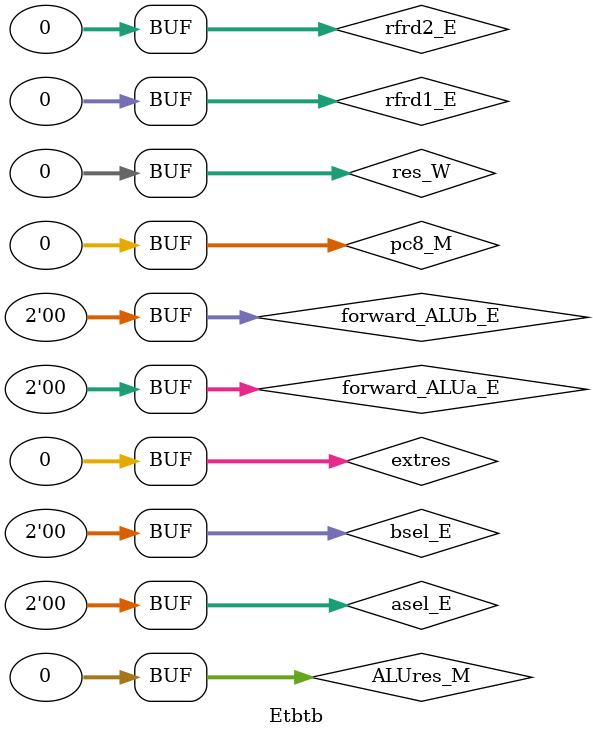
<source format=v>
`timescale 1ns / 1ps


module Etbtb;

	// Inputs
	reg [1:0] forward_ALUa_E;
	reg [1:0] forward_ALUb_E;
	reg [1:0] asel_E;
	reg [1:0] bsel_E;
	reg [31:0] pc8_M;
	reg [31:0] ALUres_M;
	reg [31:0] res_W;
	reg [31:0] rfrd1_E;
	reg [31:0] rfrd2_E;
	reg [31:0] extres;

	// Outputs
	wire [31:0] ALUres_E;
	wire [31:0] wddm_E;

	// Instantiate the Unit Under Test (UUT)
	E uut (
		.forward_ALUa_E(forward_ALUa_E), 
		.forward_ALUb_E(forward_ALUb_E), 
		.asel_E(asel_E), 
		.bsel_E(bsel_E), 
		.pc8_M(pc8_M), 
		.ALUres_M(ALUres_M), 
		.res_W(res_W), 
		.rfrd1_E(rfrd1_E), 
		.rfrd2_E(rfrd2_E), 
		.extres(extres), 
		.ALUres_E(ALUres_E), 
		.wddm_E(wddm_E)
	);

	initial begin
		// Initialize Inputs
		forward_ALUa_E = 0;
		forward_ALUb_E = 0;
		asel_E = 0;
		bsel_E = 0;
		pc8_M = 0;
		ALUres_M = 0;
		res_W = 0;
		rfrd1_E = 0;
		rfrd2_E = 0;
		extres = 0;

		// Wait 100 ns for global reset to finish
		#100;
        
		// Add stimulus here

	end
      
endmodule


</source>
